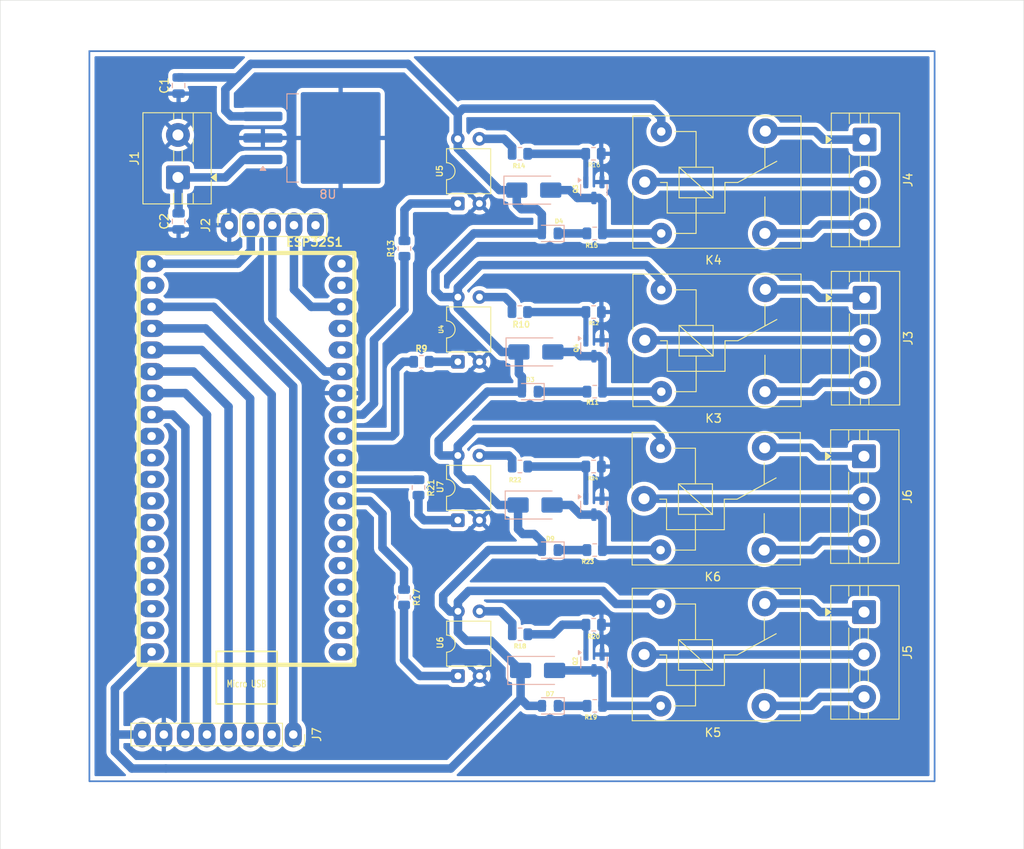
<source format=kicad_pcb>
(kicad_pcb (version 20241229) (generator "pcbnew") (generator_version "9.0")
  (layers (0 "F.Cu" signal) (2 "B.Cu" signal) (13 "F.Paste" user) (15 "B.Paste" user) (5 "F.SilkS" user "F.Silkscreen") (7 "B.SilkS" user "B.Silkscreen") (1 "F.Mask" user) (3 "B.Mask" user) (25 "Edge.Cuts" user))
  (net 0 "")
  (net 1 "5V")
  (net 2 "COM")
  (net 3 "NO")
  (net 4 "NC")
  (net 5 "GND")
  (net 7 "Net-(D3-K)")
  (net 8 "Net-(D4-K)")
  (net 9 "Net-(D5-A)")
  (net 10 "Net-(D6-A)")
  (net 11 "Net-(D7-K)")
  (net 12 "Net-(D8-A)")
  (net 13 "Net-(D9-K)")
  (net 14 "Net-(D10-A)")
  (net 15 "NC-1")
  (net 16 "COM-1")
  (net 17 "NO-1")
  (net 18 "COM-2")
  (net 19 "NC-2")
  (net 20 "NO-2")
  (net 21 "NO-3")
  (net 22 "NC-3")
  (net 23 "COM-3")
  (net 24 "GIO21")
  (net 25 "Net-(R9-Pad1)")
  (net 26 "Net-(R10-Pad1)")
  (net 27 "GIO22")
  (net 28 "Net-(R13-Pad1)")
  (net 29 "Net-(R14-Pad1)")
  (net 30 "GIO16")
  (net 31 "Net-(R17-Pad1)")
  (net 32 "Net-(R18-Pad1)")
  (net 33 "Net-(R21-Pad1)")
  (net 34 "GIO17")
  (net 35 "Net-(R22-Pad1)")
  (net 43 "GIO36")
  (net 44 "GIO19")
  (net 45 "GIO32")
  (net 47 "3,3V")
  (net 58 "GIO34")
  (net 59 "GIO39")
  (net 61 "GIO18")
  (net 64 "GIO35")
  (net 66 "GIO33")
  (net 67 "Net-(Q1-G)")
  (net 68 "Net-(Q2-G)")
  (net 69 "Net-(Q3-G)")
  (net 70 "Net-(Q4-G)")
  (net 71 "Net-(J1-Pin_1)")
  (footprint "Relay_THT:Relay_SPDT_SANYOU_SRD_Series_Form_C" (layer "F.Cu") (at 96.3775 89.06)
    (property "Reference" "K3" (at 8.1 9.2 0) (layer "F.SilkS"))
    (property "Value" "Relay" (hide yes))
    (pad "1" thru_hole circle (at 0 0 90) (size 3 3) (drill 1.3) (layers "*.Cu" "*.Mask") (net 2 "COM"))
    (pad "2" thru_hole circle (at 1.95 6.05 90) (size 2.5 2.5) (drill 1) (layers "*.Cu" "*.Mask") (net 9 "Net-(D5-A)"))
    (pad "3" thru_hole circle (at 14.15 6.05 90) (size 3 3) (drill 1.3) (layers "*.Cu" "*.Mask") (net 3 "NO"))
    (pad "4" thru_hole circle (at 14.2 -6 90) (size 3 3) (drill 1.3) (layers "*.Cu" "*.Mask") (net 4 "NC"))
    (pad "5" thru_hole circle (at 1.95 -5.95 90) (size 2.5 2.5) (drill 1) (layers "*.Cu" "*.Mask") (net 1 "5V"))
  )
  (footprint "Package_DIP:DIP-4_W7.62mm" (layer "F.Cu") (at 74.3775 91.59 90)
    (property "Reference" "U4" (at 3.83 -1.9675 90) (layer "F.SilkS") (effects (font (size 0.5 0.5) (thickness 0.125) (bold yes))))
    (property "Value" "PC817")
    (pad "1" thru_hole roundrect (at 0 0 90) (size 1.6 1.6) (drill 0.8) (layers "*.Cu" "*.Mask") (roundrect_rratio 0.15625) (net 25 "Net-(R9-Pad1)"))
    (pad "2" thru_hole circle (at 0 2.54 90) (size 1.6 1.6) (drill 0.8) (layers "*.Cu" "*.Mask") (net 5 "GND"))
    (pad "3" thru_hole circle (at 7.62 2.54 90) (size 1.6 1.6) (drill 0.8) (layers "*.Cu" "*.Mask") (net 26 "Net-(R10-Pad1)"))
    (pad "4" thru_hole circle (at 7.62 0 90) (size 1.6 1.6) (drill 0.8) (layers "*.Cu" "*.Mask") (net 1 "5V"))
  )
  (footprint "Relay_THT:Relay_SPDT_SANYOU_SRD_Series_Form_C" (layer "F.Cu") (at 96.37 70.42)
    (property "Reference" "K4" (at 8.1 9.2 0) (layer "F.SilkS"))
    (property "Value" "Relay" (hide yes))
    (pad "1" thru_hole circle (at 0 0 90) (size 3 3) (drill 1.3) (layers "*.Cu" "*.Mask") (net 16 "COM-1"))
    (pad "2" thru_hole circle (at 1.95 6.05 90) (size 2.5 2.5) (drill 1) (layers "*.Cu" "*.Mask") (net 10 "Net-(D6-A)"))
    (pad "3" thru_hole circle (at 14.15 6.05 90) (size 3 3) (drill 1.3) (layers "*.Cu" "*.Mask") (net 17 "NO-1"))
    (pad "4" thru_hole circle (at 14.2 -6 90) (size 3 3) (drill 1.3) (layers "*.Cu" "*.Mask") (net 15 "NC-1"))
    (pad "5" thru_hole circle (at 1.95 -5.95 90) (size 2.5 2.5) (drill 1) (layers "*.Cu" "*.Mask") (net 1 "5V"))
  )
  (footprint "Package_DIP:DIP-4_W7.62mm" (layer "F.Cu") (at 74.385 128.6 90)
    (property "Reference" "U6" (at 3.925 -2.095 90) (layer "F.SilkS") (effects (font (size 0.7 0.7) (thickness 0.14) (bold yes))))
    (property "Value" "PC817")
    (pad "1" thru_hole roundrect (at 0 0 90) (size 1.6 1.6) (drill 0.8) (layers "*.Cu" "*.Mask") (roundrect_rratio 0.15625) (net 31 "Net-(R17-Pad1)"))
    (pad "2" thru_hole circle (at 0 2.54 90) (size 1.6 1.6) (drill 0.8) (layers "*.Cu" "*.Mask") (net 5 "GND"))
    (pad "3" thru_hole circle (at 7.62 2.54 90) (size 1.6 1.6) (drill 0.8) (layers "*.Cu" "*.Mask") (net 32 "Net-(R18-Pad1)"))
    (pad "4" thru_hole circle (at 7.62 0 90) (size 1.6 1.6) (drill 0.8) (layers "*.Cu" "*.Mask") (net 1 "5V"))
  )
  (footprint "TerminalBlock:TerminalBlock_MaiXu_MX126-5.0-03P_1x03_P5.00mm" (layer "F.Cu") (at 122.2675 84.06 -90)
    (property "Reference" "J3" (at 4.75 -5.12 90) (layer "F.SilkS"))
    (property "Value" "Screw_Terminal_01x03" (hide yes))
    (pad "1" thru_hole roundrect (at 0 0 270) (size 2.8 2.8) (drill 1.3) (layers "*.Cu" "*.Mask") (roundrect_rratio 0.089286) (net 4 "NC"))
    (pad "2" thru_hole circle (at 5 0 270) (size 2.8 2.8) (drill 1.3) (layers "*.Cu" "*.Mask") (net 2 "COM"))
    (pad "3" thru_hole circle (at 10 0 270) (size 2.8 2.8) (drill 1.3) (layers "*.Cu" "*.Mask") (net 3 "NO"))
  )
  (footprint "TerminalBlock:TerminalBlock_MaiXu_MX126-5.0-03P_1x03_P5.00mm" (layer "F.Cu") (at 122.26 65.42 -90)
    (property "Reference" "J4" (at 4.75 -5.12 90) (layer "F.SilkS"))
    (property "Value" "Screw_Terminal_01x03" (hide yes))
    (pad "1" thru_hole roundrect (at 0 0 270) (size 2.8 2.8) (drill 1.3) (layers "*.Cu" "*.Mask") (roundrect_rratio 0.089286) (net 15 "NC-1"))
    (pad "2" thru_hole circle (at 5 0 270) (size 2.8 2.8) (drill 1.3) (layers "*.Cu" "*.Mask") (net 16 "COM-1"))
    (pad "3" thru_hole circle (at 10 0 270) (size 2.8 2.8) (drill 1.3) (layers "*.Cu" "*.Mask") (net 17 "NO-1"))
  )
  (footprint "Relay_THT:Relay_SPDT_SANYOU_SRD_Series_Form_C" (layer "F.Cu") (at 96.305 126.07)
    (property "Reference" "K5" (at 8.1 9.2 0) (layer "F.SilkS"))
    (property "Value" "Relay" (hide yes))
    (pad "1" thru_hole circle (at 0 0 90) (size 3 3) (drill 1.3) (layers "*.Cu" "*.Mask") (net 23 "COM-3"))
    (pad "2" thru_hole circle (at 1.95 6.05 90) (size 2.5 2.5) (drill 1) (layers "*.Cu" "*.Mask") (net 12 "Net-(D8-A)"))
    (pad "3" thru_hole circle (at 14.15 6.05 90) (size 3 3) (drill 1.3) (layers "*.Cu" "*.Mask") (net 21 "NO-3"))
    (pad "4" thru_hole circle (at 14.2 -6 90) (size 3 3) (drill 1.3) (layers "*.Cu" "*.Mask") (net 22 "NC-3"))
    (pad "5" thru_hole circle (at 1.95 -5.95 90) (size 2.5 2.5) (drill 1) (layers "*.Cu" "*.Mask") (net 1 "5V"))
  )
  (footprint "Package_DIP:DIP-4_W7.62mm" (layer "F.Cu") (at 74.37 72.95 90)
    (property "Reference" "U5" (at 3.815 -2.145 90) (layer "F.SilkS") (effects (font (size 0.7 0.7) (thickness 0.14) (bold yes))))
    (property "Value" "PC817")
    (pad "1" thru_hole roundrect (at 0 0 90) (size 1.6 1.6) (drill 0.8) (layers "*.Cu" "*.Mask") (roundrect_rratio 0.15625) (net 28 "Net-(R13-Pad1)"))
    (pad "2" thru_hole circle (at 0 2.54 90) (size 1.6 1.6) (drill 0.8) (layers "*.Cu" "*.Mask") (net 5 "GND"))
    (pad "3" thru_hole circle (at 7.62 2.54 90) (size 1.6 1.6) (drill 0.8) (layers "*.Cu" "*.Mask") (net 29 "Net-(R14-Pad1)"))
    (pad "4" thru_hole circle (at 7.62 0 90) (size 1.6 1.6) (drill 0.8) (layers "*.Cu" "*.Mask") (net 1 "5V"))
  )
  (footprint "TerminalBlock:TerminalBlock_MaiXu_MX126-5.0-02P_1x02_P5.00mm" (layer "F.Cu") (at 41.4225 69.875 90)
    (property "Reference" "J1" (at 2.25 -5.12 90) (layer "F.SilkS"))
    (property "Value" "Screw_Terminal_01x02" (hide yes))
    (pad "1" thru_hole roundrect (at 0 0 90) (size 2.8 2.8) (drill 1.3) (layers "*.Cu" "*.Mask") (roundrect_rratio 0.089286) (net 71 "Net-(J1-Pin_1)"))
    (pad "2" thru_hole circle (at 5 0 90) (size 2.8 2.8) (drill 1.3) (layers "*.Cu" "*.Mask") (net 5 "GND"))
  )
  (footprint "Connector_PinSocket_2.54mm:PinSocket_1x05_P2.54mm_Vertical" (layer "F.Cu") (at 47.46 75.5 90)
    (property "Reference" "J2" (at 0 -2.77 90) (layer "F.SilkS"))
    (property "Value" "Conn_01x04")
    (pad "1" thru_hole oval (at 0 0 90) (size 3 2) (drill 1) (layers "*.Cu" "*.Mask") (net 5 "GND"))
    (pad "2" thru_hole oval (at 0 2.54 90) (size 3 2) (drill 1) (layers "*.Cu" "*.Mask") (net 47 "3,3V"))
    (pad "3" thru_hole oval (at 0 5.08 90) (size 3 2) (drill 1) (layers "*.Cu" "*.Mask") (net 24 "GIO21"))
    (pad "4" thru_hole oval (at 0 7.62 90) (size 3 2) (drill 1) (layers "*.Cu" "*.Mask") (net 27 "GIO22"))
    (pad "5" thru_hole oval (at 0 10.16 90) (size 3 2) (drill 1) (layers "*.Cu" "*.Mask"))
  )
  (footprint "Connector_PinSocket_2.54mm:PinSocket_1x08_P2.54mm_Vertical" (layer "F.Cu") (at 55 135.5 -90)
    (property "Reference" "J7" (at 0 -2.77 270) (layer "F.SilkS"))
    (property "Value" "Conn_01x08" (hide yes))
    (pad "1" thru_hole oval (at 0 0 270) (size 3 2) (drill 1) (layers "*.Cu" "*.Mask") (net 43 "GIO36"))
    (pad "2" thru_hole oval (at 0 2.54 270) (size 3 2) (drill 1) (layers "*.Cu" "*.Mask") (net 59 "GIO39"))
    (pad "3" thru_hole oval (at 0 5.08 270) (size 3 2) (drill 1) (layers "*.Cu" "*.Mask") (net 58 "GIO34"))
    (pad "4" thru_hole oval (at 0 7.62 270) (size 3 2) (drill 1) (layers "*.Cu" "*.Mask") (net 64 "GIO35"))
    (pad "5" thru_hole oval (at 0 10.16 270) (size 3 2) (drill 1) (layers "*.Cu" "*.Mask") (net 45 "GIO32"))
    (pad "6" thru_hole oval (at 0 12.7 270) (size 3 2) (drill 1) (layers "*.Cu" "*.Mask") (net 66 "GIO33"))
    (pad "7" thru_hole oval (at 0 15.24 270) (size 3 2) (drill 1) (layers "*.Cu" "*.Mask") (net 5 "GND"))
    (pad "8" thru_hole oval (at 0 17.78 270) (size 3 2) (drill 1) (layers "*.Cu" "*.Mask") (net 1 "5V"))
  )
  (footprint "Relay_THT:Relay_SPDT_SANYOU_SRD_Series_Form_C" (layer "F.Cu") (at 96.2925 107.72)
    (property "Reference" "K6" (at 8.1 9.2 0) (layer "F.SilkS"))
    (property "Value" "Relay" (hide yes))
    (pad "1" thru_hole circle (at 0 0 90) (size 3 3) (drill 1.3) (layers "*.Cu" "*.Mask") (net 18 "COM-2"))
    (pad "2" thru_hole circle (at 1.95 6.05 90) (size 2.5 2.5) (drill 1) (layers "*.Cu" "*.Mask") (net 14 "Net-(D10-A)"))
    (pad "3" thru_hole circle (at 14.15 6.05 90) (size 3 3) (drill 1.3) (layers "*.Cu" "*.Mask") (net 20 "NO-2"))
    (pad "4" thru_hole circle (at 14.2 -6 90) (size 3 3) (drill 1.3) (layers "*.Cu" "*.Mask") (net 19 "NC-2"))
    (pad "5" thru_hole circle (at 1.95 -5.95 90) (size 2.5 2.5) (drill 1) (layers "*.Cu" "*.Mask") (net 1 "5V"))
  )
  (footprint "6°3RA_Nahuel:ESP32S_38_PINES" (layer "F.Cu") (at 49.5 75.2565)
    (property "Reference" "ESP32S1" (at 8 2.2435 0) (layer "F.SilkS") (effects (font (thickness 0.2) (bold yes))))
    (property "Value" "~" (hide yes))
    (fp_text user "Micro USB" (at 0 54.737 0) (layer "F.SilkS") (effects (font (size 0.8 0.6) (thickness 0.12) (bold yes)) (justify bottom)))
    (pad "1" thru_hole oval (at 11.176 4.783) (size 3 2) (drill oval 1) (layers "*.Cu" "*.Mask"))
    (pad "2" thru_hole oval (at 11.176 7.323) (size 3 2) (drill oval 1) (layers "*.Cu" "*.Mask"))
    (pad "3" thru_hole oval (at 11.176 9.863) (size 3 2) (drill oval 1) (layers "*.Cu" "*.Mask") (net 27 "GIO22"))
    (pad "4" thru_hole oval (at 11.176 12.403) (size 3 2) (drill oval 1) (layers "*.Cu" "*.Mask"))
    (pad "5" thru_hole oval (at 11.176 14.943) (size 3 2) (drill oval 1) (layers "*.Cu" "*.Mask"))
    (pad "6" thru_hole oval (at 11.176 17.483) (size 3 2) (drill oval 1) (layers "*.Cu" "*.Mask") (net 24 "GIO21"))
    (pad "7" thru_hole oval (at 11.176 20.023) (size 3 2) (drill oval 1) (layers "*.Cu" "*.Mask") (net 5 "GND"))
    (pad "8" thru_hole oval (at 11.176 22.563) (size 3 2) (drill oval 1) (layers "*.Cu" "*.Mask") (net 44 "GIO19"))
    (pad "9" thru_hole oval (at 11.176 25.103) (size 3 2) (drill oval 1) (layers "*.Cu" "*.Mask") (net 61 "GIO18"))
    (pad "10" thru_hole oval (at 11.176 27.643) (size 3 2) (drill oval 1) (layers "*.Cu" "*.Mask"))
    (pad "11" thru_hole oval (at 11.176 30.183) (size 3 2) (drill oval 1) (layers "*.Cu" "*.Mask") (net 34 "GIO17"))
    (pad "12" thru_hole oval (at 11.176 32.723) (size 3 2) (drill oval 1) (layers "*.Cu" "*.Mask") (net 30 "GIO16"))
    (pad "13" thru_hole oval (at 11.176 35.263) (size 3 2) (drill oval 1) (layers "*.Cu" "*.Mask"))
    (pad "14" thru_hole oval (at 11.176 37.803) (size 3 2) (drill oval 1) (layers "*.Cu" "*.Mask"))
    (pad "15" thru_hole oval (at 11.176 40.343) (size 3 2) (drill oval 1) (layers "*.Cu" "*.Mask"))
    (pad "16" thru_hole oval (at 11.176 42.883) (size 3 2) (drill oval 1) (layers "*.Cu" "*.Mask"))
    (pad "17" thru_hole oval (at 11.176 45.423) (size 3 2) (drill oval 1) (layers "*.Cu" "*.Mask"))
    (pad "18" thru_hole oval (at 11.176 47.963) (size 3 2) (drill oval 1) (layers "*.Cu" "*.Mask"))
    (pad "19" thru_hole oval (at 11.176 50.503) (size 3 2) (drill oval 1) (layers "*.Cu" "*.Mask"))
    (pad "20" thru_hole oval (at -11.17 4.78) (size 3 2) (drill oval 1) (layers "*.Cu" "*.Mask") (net 47 "3,3V"))
    (pad "21" thru_hole oval (at -11.176 7.323) (size 3 2) (drill oval 1) (layers "*.Cu" "*.Mask"))
    (pad "22" thru_hole oval (at -11.176 9.863) (size 3 2) (drill oval 1) (layers "*.Cu" "*.Mask") (net 43 "GIO36"))
    (pad "23" thru_hole oval (at -11.176 12.403) (size 3 2) (drill oval 1) (layers "*.Cu" "*.Mask") (net 59 "GIO39"))
    (pad "24" thru_hole oval (at -11.176 14.943) (size 3 2) (drill oval 1) (layers "*.Cu" "*.Mask") (net 58 "GIO34"))
    (pad "25" thru_hole oval (at -11.176 17.483) (size 3 2) (drill oval 1) (layers "*.Cu" "*.Mask") (net 64 "GIO35"))
    (pad "26" thru_hole oval (at -11.176 20.023) (size 3 2) (drill oval 1) (layers "*.Cu" "*.Mask") (net 45 "GIO32"))
    (pad "27" thru_hole oval (at -11.176 22.563) (size 3 2) (drill oval 1) (layers "*.Cu" "*.Mask") (net 66 "GIO33"))
    (pad "28" thru_hole oval (at -11.176 25.103) (size 3 2) (drill oval 1) (layers "*.Cu" "*.Mask"))
    (pad "29" thru_hole oval (at -11.176 27.643) (size 3 2) (drill oval 1) (layers "*.Cu" "*.Mask"))
    (pad "30" thru_hole oval (at -11.176 30.183) (size 3 2) (drill oval 1) (layers "*.Cu" "*.Mask"))
    (pad "31" thru_hole oval (at -11.176 32.723) (size 3 2) (drill oval 1) (layers "*.Cu" "*.Mask"))
    (pad "32" thru_hole oval (at -11.176 35.263) (size 3 2) (drill oval 1) (layers "*.Cu" "*.Mask"))
    (pad "33" thru_hole oval (at -11.176 37.803) (size 3 2) (drill oval 1) (layers "*.Cu" "*.Mask"))
    (pad "34" thru_hole oval (at -11.176 40.343) (size 3 2) (drill oval 1) (layers "*.Cu" "*.Mask"))
    (pad "35" thru_hole oval (at -11.176 42.883) (size 3 2) (drill oval 1) (layers "*.Cu" "*.Mask"))
    (pad "36" thru_hole oval (at -11.176 45.423) (size 3 2) (drill oval 1) (layers "*.Cu" "*.Mask"))
    (pad "37" thru_hole oval (at -11.176 47.963) (size 3 2) (drill oval 1) (layers "*.Cu" "*.Mask"))
    (pad "38" thru_hole oval (at -11.176 50.503) (size 3 2) (drill oval 1) (layers "*.Cu" "*.Mask") (net 1 "5V"))
  )
  (footprint "TerminalBlock:TerminalBlock_MaiXu_MX126-5.0-03P_1x03_P5.00mm" (layer "F.Cu") (at 122.195 121.07 -90)
    (property "Reference" "J5" (at 4.75 -5.12 90) (layer "F.SilkS"))
    (property "Value" "Screw_Terminal_01x03" (hide yes))
    (pad "1" thru_hole roundrect (at 0 0 270) (size 2.8 2.8) (drill 1.3) (layers "*.Cu" "*.Mask") (roundrect_rratio 0.089286) (net 22 "NC-3"))
    (pad "2" thru_hole circle (at 5 0 270) (size 2.8 2.8) (drill 1.3) (layers "*.Cu" "*.Mask") (net 23 "COM-3"))
    (pad "3" thru_hole circle (at 10 0 270) (size 2.8 2.8) (drill 1.3) (layers "*.Cu" "*.Mask") (net 21 "NO-3"))
  )
  (footprint "Package_DIP:DIP-4_W7.62mm" (layer "F.Cu") (at 74.3725 110.25 90)
    (property "Reference" "U7" (at 3.92 -2.07 90) (layer "F.SilkS") (effects (font (size 0.7 0.7) (thickness 0.14) (bold yes))))
    (property "Value" "PC817")
    (pad "1" thru_hole roundrect (at 0 0 90) (size 1.6 1.6) (drill 0.8) (layers "*.Cu" "*.Mask") (roundrect_rratio 0.15625) (net 33 "Net-(R21-Pad1)"))
    (pad "2" thru_hole circle (at 0 2.54 90) (size 1.6 1.6) (drill 0.8) (layers "*.Cu" "*.Mask") (net 5 "GND"))
    (pad "3" thru_hole circle (at 7.62 2.54 90) (size 1.6 1.6) (drill 0.8) (layers "*.Cu" "*.Mask") (net 35 "Net-(R22-Pad1)"))
    (pad "4" thru_hole circle (at 7.62 0 90) (size 1.6 1.6) (drill 0.8) (layers "*.Cu" "*.Mask") (net 1 "5V"))
  )
  (footprint "TerminalBlock:TerminalBlock_MaiXu_MX126-5.0-03P_1x03_P5.00mm" (layer "F.Cu") (at 122.1825 102.72 -90)
    (property "Reference" "J6" (at 4.75 -5.12 90) (layer "F.SilkS"))
    (property "Value" "Screw_Terminal_01x03" (hide yes))
    (pad "1" thru_hole roundrect (at 0 0 270) (size 2.8 2.8) (drill 1.3) (layers "*.Cu" "*.Mask") (roundrect_rratio 0.089286) (net 19 "NC-2"))
    (pad "2" thru_hole circle (at 5 0 270) (size 2.8 2.8) (drill 1.3) (layers "*.Cu" "*.Mask") (net 18 "COM-2"))
    (pad "3" thru_hole circle (at 10 0 270) (size 2.8 2.8) (drill 1.3) (layers "*.Cu" "*.Mask") (net 20 "NO-2"))
  )
  (footprint "Resistor_SMD:R_0805_2012Metric" (layer "B.Cu") (at 90.485 113.77)
    (property "Reference" "R23" (at -0.8125 1.36 0) (layer "F.SilkS") (effects (font (size 0.5 0.5) (thickness 0.125))))
    (property "Value" "220Ω")
    (pad "1" smd roundrect (at -0.9125 0) (size 1.025 1.4) (layers "B.Cu" "B.Mask" "B.Paste") (roundrect_rratio 0.243902) (net 13 "Net-(D9-K)"))
    (pad "2" smd roundrect (at 0.9125 0) (size 1.025 1.4) (layers "B.Cu" "B.Mask" "B.Paste") (roundrect_rratio 0.243902) (net 14 "Net-(D10-A)"))
  )
  (footprint "Resistor_SMD:R_0805_2012Metric" (layer "B.Cu") (at 90.3675 122.56)
    (property "Reference" "R20" (at 0 1.4 0) (layer "F.SilkS") (effects (font (size 0.5 0.5) (thickness 0.125))))
    (property "Value" "10KΩ")
    (pad "1" smd roundrect (at -0.9125 0) (size 1.025 1.4) (layers "B.Cu" "B.Mask" "B.Paste") (roundrect_rratio 0.243902) (net 68 "Net-(Q2-G)"))
    (pad "2" smd roundrect (at 0.9125 0) (size 1.025 1.4) (layers "B.Cu" "B.Mask" "B.Paste") (roundrect_rratio 0.243902) (net 5 "GND"))
  )
  (footprint "Resistor_SMD:R_0805_2012Metric" (layer "B.Cu") (at 81.6825 103.93)
    (property "Reference" "R22" (at -0.56 1.58 0) (layer "F.SilkS") (effects (font (size 0.5 0.5) (thickness 0.125))))
    (property "Value" "1KΩ")
    (pad "1" smd roundrect (at -0.9125 0) (size 1.025 1.4) (layers "B.Cu" "B.Mask" "B.Paste") (roundrect_rratio 0.243902) (net 35 "Net-(R22-Pad1)"))
    (pad "2" smd roundrect (at 0.9125 0) (size 1.025 1.4) (layers "B.Cu" "B.Mask" "B.Paste") (roundrect_rratio 0.243902) (net 67 "Net-(Q1-G)"))
  )
  (footprint "Resistor_SMD:R_0805_2012Metric" (layer "B.Cu") (at 90.4825 76.47)
    (property "Reference" "R15" (at -0.35 1.42 0) (layer "F.SilkS") (effects (font (size 0.5 0.5) (thickness 0.125))))
    (property "Value" "220Ω")
    (pad "1" smd roundrect (at -0.9125 0) (size 1.025 1.4) (layers "B.Cu" "B.Mask" "B.Paste") (roundrect_rratio 0.243902) (net 8 "Net-(D4-K)"))
    (pad "2" smd roundrect (at 0.9125 0) (size 1.025 1.4) (layers "B.Cu" "B.Mask" "B.Paste") (roundrect_rratio 0.243902) (net 10 "Net-(D6-A)"))
  )
  (footprint "Resistor_SMD:R_0805_2012Metric" (layer "B.Cu") (at 90.36 85.73)
    (property "Reference" "R12" (at 0.02 1.32 0) (layer "F.SilkS") (effects (font (size 0.4 0.4) (thickness 0.1))))
    (property "Value" "10KΩ")
    (pad "1" smd roundrect (at -0.9125 0) (size 1.025 1.4) (layers "B.Cu" "B.Mask" "B.Paste") (roundrect_rratio 0.243902) (net 70 "Net-(Q4-G)"))
    (pad "2" smd roundrect (at 0.9125 0) (size 1.025 1.4) (layers "B.Cu" "B.Mask" "B.Paste") (roundrect_rratio 0.243902) (net 5 "GND"))
  )
  (footprint "Resistor_SMD:R_0805_2012Metric" (layer "B.Cu") (at 90.355 103.93)
    (property "Reference" "R24" (at -0.0675 1.4 0) (layer "F.SilkS") (effects (font (size 0.4 0.4) (thickness 0.1))))
    (property "Value" "10KΩ")
    (pad "1" smd roundrect (at -0.9125 0) (size 1.025 1.4) (layers "B.Cu" "B.Mask" "B.Paste") (roundrect_rratio 0.243902) (net 67 "Net-(Q1-G)"))
    (pad "2" smd roundrect (at 0.9125 0) (size 1.025 1.4) (layers "B.Cu" "B.Mask" "B.Paste") (roundrect_rratio 0.243902) (net 5 "GND"))
  )
  (footprint "Diode_SMD:D_SMA" (layer "B.Cu") (at 83.4625 108.46)
    (property "Reference" "D10" (hide yes))
    (property "Value" "1N4007")
    (pad "1" smd roundrect (at -2 0) (size 2.5 1.8) (layers "B.Cu" "B.Mask" "B.Paste") (roundrect_rratio 0.1388888889) (net 1 "5V"))
    (pad "2" smd roundrect (at 2 0) (size 2.5 1.8) (layers "B.Cu" "B.Mask" "B.Paste") (roundrect_rratio 0.1388888889) (net 14 "Net-(D10-A)"))
  )
  (footprint "Diode_SMD:D_SMA" (layer "B.Cu") (at 83.56 90.43)
    (property "Reference" "D5" (hide yes))
    (property "Value" "1N4007")
    (pad "1" smd roundrect (at -2 0) (size 2.5 1.8) (layers "B.Cu" "B.Mask" "B.Paste") (roundrect_rratio 0.1388888889) (net 1 "5V"))
    (pad "2" smd roundrect (at 2 0) (size 2.5 1.8) (layers "B.Cu" "B.Mask" "B.Paste") (roundrect_rratio 0.1388888889) (net 9 "Net-(D5-A)"))
  )
  (footprint "Resistor_SMD:R_0805_2012Metric" (layer "B.Cu") (at 90.4975 132.12)
    (property "Reference" "R19" (at -0.47 1.34 0) (layer "F.SilkS") (effects (font (size 0.5 0.5) (thickness 0.125))))
    (property "Value" "220Ω")
    (pad "1" smd roundrect (at -0.9125 0) (size 1.025 1.4) (layers "B.Cu" "B.Mask" "B.Paste") (roundrect_rratio 0.243902) (net 11 "Net-(D7-K)"))
    (pad "2" smd roundrect (at 0.9125 0) (size 1.025 1.4) (layers "B.Cu" "B.Mask" "B.Paste") (roundrect_rratio 0.243902) (net 12 "Net-(D8-A)"))
  )
  (footprint "Capacitor_SMD:C_0805_2012Metric" (layer "B.Cu") (at 41.5 59.05 -90)
    (property "Reference" "C1" (at 0 1.68 90) (layer "F.SilkS"))
    (property "Value" "C_US" (hide yes))
    (pad "1" smd roundrect (at -0.95 0 270) (size 1 1.45) (layers "B.Cu" "B.Mask" "B.Paste") (net 1 "5V"))
    (pad "2" smd roundrect (at 0.95 0 270) (size 1 1.45) (layers "B.Cu" "B.Mask" "B.Paste") (net 5 "GND"))
  )
  (footprint "Diode_SMD:D_SMA" (layer "B.Cu") (at 83.76 127.945)
    (property "Reference" "D8" (hide yes))
    (property "Value" "1N4007")
    (pad "1" smd roundrect (at -2 0) (size 2.5 1.8) (layers "B.Cu" "B.Mask" "B.Paste") (roundrect_rratio 0.1388888889) (net 1 "5V"))
    (pad "2" smd roundrect (at 2 0) (size 2.5 1.8) (layers "B.Cu" "B.Mask" "B.Paste") (roundrect_rratio 0.1388888889) (net 12 "Net-(D8-A)"))
  )
  (footprint "Resistor_SMD:R_0805_2012Metric" (layer "B.Cu") (at 69.74 106.3975 90)
    (property "Reference" "R21" (at -0.0375 1.48 90) (layer "F.SilkS") (effects (font (size 0.7 0.7) (thickness 0.14) (bold yes))))
    (property "Value" "220Ω")
    (pad "1" smd roundrect (at -0.9125 0 90) (size 1.025 1.4) (layers "B.Cu" "B.Mask" "B.Paste") (roundrect_rratio 0.243902) (net 33 "Net-(R21-Pad1)"))
    (pad "2" smd roundrect (at 0.9125 0 90) (size 1.025 1.4) (layers "B.Cu" "B.Mask" "B.Paste") (roundrect_rratio 0.243902) (net 34 "GIO17"))
  )
  (footprint "Resistor_SMD:R_0805_2012Metric" (layer "B.Cu") (at 70.0875 91.59 180)
    (property "Reference" "R9" (at 0.0025 1.55 0) (layer "F.SilkS") (effects (font (size 0.7 0.7) (thickness 0.17) (bold yes))))
    (property "Value" "220Ω")
    (pad "1" smd roundrect (at -0.9125 0 180) (size 1.025 1.4) (layers "B.Cu" "B.Mask" "B.Paste") (roundrect_rratio 0.243902) (net 25 "Net-(R9-Pad1)"))
    (pad "2" smd roundrect (at 0.9125 0 180) (size 1.025 1.4) (layers "B.Cu" "B.Mask" "B.Paste") (roundrect_rratio 0.243902) (net 61 "GIO18"))
  )
  (footprint "LED_SMD:LED_0805_2012Metric" (layer "B.Cu") (at 85.2025 113.77 180)
    (property "Reference" "D9" (at -0.06 1.34 0) (layer "F.SilkS") (effects (font (size 0.5 0.5) (thickness 0.125))))
    (property "Value" "LED")
    (pad "1" smd roundrect (at -0.9375 0 180) (size 0.975 1.4) (layers "B.Cu" "B.Mask" "B.Paste") (net 13 "Net-(D9-K)"))
    (pad "2" smd roundrect (at 0.9375 0 180) (size 0.975 1.4) (layers "B.Cu" "B.Mask" "B.Paste") (net 1 "5V"))
  )
  (footprint "Capacitor_SMD:C_0805_2012Metric" (layer "B.Cu") (at 41.5 75.05 -90)
    (property "Reference" "C2" (at 0 1.68 90) (layer "F.SilkS"))
    (property "Value" "C" (hide yes))
    (pad "1" smd roundrect (at -0.95 0 270) (size 1 1.45) (layers "B.Cu" "B.Mask" "B.Paste") (net 71 "Net-(J1-Pin_1)"))
    (pad "2" smd roundrect (at 0.95 0 270) (size 1 1.45) (layers "B.Cu" "B.Mask" "B.Paste") (net 5 "GND"))
  )
  (footprint "LED_SMD:LED_0805_2012Metric" (layer "B.Cu") (at 85.2 76.47 180)
    (property "Reference" "D4" (at -1.08 1.44 0) (layer "F.SilkS") (effects (font (size 0.5 0.5) (thickness 0.125))))
    (property "Value" "LED")
    (pad "1" smd roundrect (at -0.9375 0 180) (size 0.975 1.4) (layers "B.Cu" "B.Mask" "B.Paste") (net 8 "Net-(D4-K)"))
    (pad "2" smd roundrect (at 0.9375 0 180) (size 0.975 1.4) (layers "B.Cu" "B.Mask" "B.Paste") (net 1 "5V"))
  )
  (footprint "Package_TO_SOT_SMD:SOT-23" (layer "B.Cu") (at 90.3925 108.6575 -90)
    (property "Reference" "Q1" (hide yes))
    (property "Value" "2N7002")
    (pad "1" smd roundrect (at -0.9375 0.95 270) (size 1.475 0.6) (layers "B.Cu" "B.Mask" "B.Paste") (net 67 "Net-(Q1-G)"))
    (pad "2" smd roundrect (at -0.9375 -0.95 270) (size 1.475 0.6) (layers "B.Cu" "B.Mask" "B.Paste") (net 5 "GND"))
    (pad "3" smd roundrect (at 0.9375 0 270) (size 1.475 0.6) (layers "B.Cu" "B.Mask" "B.Paste") (net 14 "Net-(D10-A)"))
  )
  (footprint "Resistor_SMD:R_0805_2012Metric" (layer "B.Cu") (at 90.34 67.09)
    (property "Reference" "R16" (at 0.09 1.32 0) (layer "F.SilkS") (effects (font (size 0.5 0.5) (thickness 0.075))))
    (property "Value" "10KΩ")
    (pad "1" smd roundrect (at -0.9125 0) (size 1.025 1.4) (layers "B.Cu" "B.Mask" "B.Paste") (roundrect_rratio 0.243902) (net 69 "Net-(Q3-G)"))
    (pad "2" smd roundrect (at 0.9125 0) (size 1.025 1.4) (layers "B.Cu" "B.Mask" "B.Paste") (roundrect_rratio 0.243902) (net 5 "GND"))
  )
  (footprint "Package_TO_SOT_SMD:SOT-23" (layer "B.Cu") (at 90.39 71.3575 -90)
    (property "Reference" "Q3" (at -0.12 2.15 90) (layer "F.SilkS") (effects (font (size 0.5 0.5) (thickness 0.125))))
    (property "Value" "2N7002H")
    (pad "1" smd roundrect (at -0.9375 0.95 270) (size 1.475 0.6) (layers "B.Cu" "B.Mask" "B.Paste") (net 69 "Net-(Q3-G)"))
    (pad "2" smd roundrect (at -0.9375 -0.95 270) (size 1.475 0.6) (layers "B.Cu" "B.Mask" "B.Paste") (net 5 "GND"))
    (pad "3" smd roundrect (at 0.9375 0 270) (size 1.475 0.6) (layers "B.Cu" "B.Mask" "B.Paste") (net 10 "Net-(D6-A)"))
  )
  (footprint "Package_TO_SOT_SMD:SOT-23" (layer "B.Cu") (at 90.3975 89.9975 -90)
    (property "Reference" "Q4" (at -0.0225 2.0775 90) (layer "F.SilkS") (effects (font (size 0.5 0.5) (thickness 0.125))))
    (property "Value" "2N7002")
    (pad "1" smd roundrect (at -0.9375 0.95 270) (size 1.475 0.6) (layers "B.Cu" "B.Mask" "B.Paste") (net 70 "Net-(Q4-G)"))
    (pad "2" smd roundrect (at -0.9375 -0.95 270) (size 1.475 0.6) (layers "B.Cu" "B.Mask" "B.Paste") (net 5 "GND"))
    (pad "3" smd roundrect (at 0.9375 0 270) (size 1.475 0.6) (layers "B.Cu" "B.Mask" "B.Paste") (net 9 "Net-(D5-A)"))
  )
  (footprint "Resistor_SMD:R_0805_2012Metric" (layer "B.Cu") (at 81.695 123.69)
    (property "Reference" "R18" (at 0 1.4 0) (layer "F.SilkS") (effects (font (size 0.5 0.5) (thickness 0.125))))
    (property "Value" "1KΩ")
    (pad "1" smd roundrect (at -0.9125 0) (size 1.025 1.4) (layers "B.Cu" "B.Mask" "B.Paste") (roundrect_rratio 0.243902) (net 32 "Net-(R18-Pad1)"))
    (pad "2" smd roundrect (at 0.9125 0) (size 1.025 1.4) (layers "B.Cu" "B.Mask" "B.Paste") (roundrect_rratio 0.243902) (net 68 "Net-(Q2-G)"))
  )
  (footprint "Resistor_SMD:R_0805_2012Metric" (layer "B.Cu") (at 68.04 119.3275 90)
    (property "Reference" "R17" (at 0 1.49 90) (layer "F.SilkS") (effects (font (size 0.7 0.7) (thickness 0.14) (bold yes))))
    (property "Value" "220Ω")
    (pad "1" smd roundrect (at -0.9125 0 90) (size 1.025 1.4) (layers "B.Cu" "B.Mask" "B.Paste") (roundrect_rratio 0.243902) (net 31 "Net-(R17-Pad1)"))
    (pad "2" smd roundrect (at 0.9125 0 90) (size 1.025 1.4) (layers "B.Cu" "B.Mask" "B.Paste") (roundrect_rratio 0.243902) (net 30 "GIO16"))
  )
  (footprint "Resistor_SMD:R_0805_2012Metric" (layer "B.Cu") (at 81.6625 85.73)
    (property "Reference" "R10" (at 0.1725 1.47 0) (layer "F.SilkS") (effects (font (size 0.7 0.7))))
    (property "Value" "1KΩ")
    (pad "1" smd roundrect (at -0.9125 0) (size 1.025 1.4) (layers "B.Cu" "B.Mask" "B.Paste") (roundrect_rratio 0.243902) (net 26 "Net-(R10-Pad1)"))
    (pad "2" smd roundrect (at 0.9125 0) (size 1.025 1.4) (layers "B.Cu" "B.Mask" "B.Paste") (roundrect_rratio 0.243902) (net 70 "Net-(Q4-G)"))
  )
  (footprint "Package_TO_SOT_SMD:SOT-23" (layer "B.Cu") (at 90.405 127.0075 -90)
    (property "Reference" "Q2" (at -0.15 2.2 90) (layer "F.SilkS") (effects (font (size 0.5 0.5) (thickness 0.125))))
    (property "Value" "2N7002")
    (pad "1" smd roundrect (at -0.9375 0.95 270) (size 1.475 0.6) (layers "B.Cu" "B.Mask" "B.Paste") (net 68 "Net-(Q2-G)"))
    (pad "2" smd roundrect (at -0.9375 -0.95 270) (size 1.475 0.6) (layers "B.Cu" "B.Mask" "B.Paste") (net 5 "GND"))
    (pad "3" smd roundrect (at 0.9375 0 270) (size 1.475 0.6) (layers "B.Cu" "B.Mask" "B.Paste") (net 12 "Net-(D8-A)"))
  )
  (footprint "Resistor_SMD:R_0805_2012Metric" (layer "B.Cu") (at 90.49 95.11)
    (property "Reference" "R11" (at -0.26 1.27 0) (layer "F.SilkS") (effects (font (size 0.5 0.5) (thickness 0.125))))
    (property "Value" "220Ω")
    (pad "1" smd roundrect (at -0.9125 0) (size 1.025 1.4) (layers "B.Cu" "B.Mask" "B.Paste") (roundrect_rratio 0.243902) (net 7 "Net-(D3-K)"))
    (pad "2" smd roundrect (at 0.9125 0) (size 1.025 1.4) (layers "B.Cu" "B.Mask" "B.Paste") (roundrect_rratio 0.243902) (net 9 "Net-(D5-A)"))
  )
  (footprint "LED_SMD:LED_0805_2012Metric" (layer "B.Cu") (at 82.8525 95.11 180)
    (property "Reference" "D3" (at -0.0575 1.41 0) (layer "F.SilkS") (effects (font (size 0.5 0.5) (thickness 0.1) (bold yes))))
    (property "Value" "LED")
    (pad "1" smd roundrect (at -0.9375 0 180) (size 0.975 1.4) (layers "B.Cu" "B.Mask" "B.Paste") (net 7 "Net-(D3-K)"))
    (pad "2" smd roundrect (at 0.9375 0 180) (size 0.975 1.4) (layers "B.Cu" "B.Mask" "B.Paste") (net 1 "5V"))
  )
  (footprint "LED_SMD:LED_0805_2012Metric" (layer "B.Cu") (at 85.215 132.12 180)
    (property "Reference" "D7" (at 0 1.4 0) (layer "F.SilkS") (effects (font (size 0.5 0.5) (thickness 0.125))))
    (property "Value" "LED")
    (pad "1" smd roundrect (at -0.9375 0 180) (size 0.975 1.4) (layers "B.Cu" "B.Mask" "B.Paste") (net 11 "Net-(D7-K)"))
    (pad "2" smd roundrect (at 0.9375 0 180) (size 0.975 1.4) (layers "B.Cu" "B.Mask" "B.Paste") (net 1 "5V"))
  )
  (footprint "Diode_SMD:D_SMA" (layer "B.Cu") (at 83.31 71.37)
    (property "Reference" "D6" (hide yes))
    (property "Value" "1N4007")
    (pad "1" smd roundrect (at -2 0) (size 2.5 1.8) (layers "B.Cu" "B.Mask" "B.Paste") (roundrect_rratio 0.1388888889) (net 1 "5V"))
    (pad "2" smd roundrect (at 2 0) (size 2.5 1.8) (layers "B.Cu" "B.Mask" "B.Paste") (roundrect_rratio 0.1388888889) (net 10 "Net-(D6-A)"))
  )
  (footprint "Resistor_SMD:R_0805_2012Metric" (layer "B.Cu") (at 81.68 67.09)
    (property "Reference" "R14" (at -0.1125 1.43 0) (layer "F.SilkS") (effects (font (size 0.5 0.5) (thickness 0.125))))
    (property "Value" "1KΩ")
    (pad "1" smd roundrect (at -0.9125 0) (size 1.025 1.4) (layers "B.Cu" "B.Mask" "B.Paste") (roundrect_rratio 0.243902) (net 29 "Net-(R14-Pad1)"))
    (pad "2" smd roundrect (at 0.9125 0) (size 1.025 1.4) (layers "B.Cu" "B.Mask" "B.Paste") (roundrect_rratio 0.243902) (net 69 "Net-(Q3-G)"))
  )
  (footprint "Package_TO_SOT_SMD:TO-263-3_TabPin2" (layer "B.Cu") (at 59.075 65.225)
    (property "Reference" "U8" (at 0 6.65 0) (layer "B.SilkS") (effects (justify mirror)))
    (property "Value" "KA78M05_TO252")
    (pad "1" smd roundrect (at -7.65 2.54) (size 4.6 1.1) (layers "B.Cu" "B.Mask" "B.Paste") (roundrect_rratio 0.227273) (net 71 "Net-(J1-Pin_1)"))
    (pad "2" smd roundrect (at -7.65 0) (size 4.6 1.1) (layers "B.Cu" "B.Mask" "B.Paste") (roundrect_rratio 0.227273) (net 5 "GND"))
    (pad "2" smd roundrect (at 1.5 0) (size 9.4 10.8) (layers "B.Cu" "B.Mask") (roundrect_rratio 0.026596) (net 5 "GND"))
    (pad "3" smd roundrect (at -7.65 -2.54) (size 4.6 1.1) (layers "B.Cu" "B.Mask" "B.Paste") (roundrect_rratio 0.227273) (net 1 "5V"))
  )
  (footprint "Resistor_SMD:R_0805_2012Metric" (layer "B.Cu") (at 68.0875 78.25 -90)
    (property "Reference" "R13" (at 0.02 1.61 90) (layer "F.SilkS") (effects (font (size 0.7 0.7) (thickness 0.14) (bold yes))))
    (property "Value" "220Ω")
    (pad "1" smd roundrect (at -0.9125 0 270) (size 1.025 1.4) (layers "B.Cu" "B.Mask" "B.Paste") (roundrect_rratio 0.243902) (net 28 "Net-(R13-Pad1)"))
    (pad "2" smd roundrect (at 0.9125 0 270) (size 1.025 1.4) (layers "B.Cu" "B.Mask" "B.Paste") (roundrect_rratio 0.243902) (net 44 "GIO19"))
  )
  (gr_rect (start 31 55) (end 130.5 141) (stroke (width 0.2)) (fill no) (layer "B.Cu"))
  (gr_rect (start 20.5 49) (end 141 149) (stroke (width 0.05)) (fill no) (layer "Edge.Cuts"))
  (segment (start 81.31 73.07) (end 81.86 73.62) (width 1) (layer "B.Cu") (net 1))
  (segment (start 36 139.5) (end 40 139.5) (width 1) (layer "B.Cu") (net 1))
  (segment (start 74.3775 83.97) (end 72.46 83.97) (width 1) (layer "B.Cu") (net 1))
  (segment (start 71.74 83.25) (end 71.74 80.99) (width 1) (layer "B.Cu") (net 1))
  (segment (start 81.76 127.945) (end 78.255 124.44) (width 1) (layer "B.Cu") (net 1))
  (segment (start 72.11 100.87) (end 76.39 96.59) (width 1) (layer "B.Cu") (net 1))
  (segment (start 74.3775 82.83863) (end 77.01613 80.2) (width 1) (layer "B.Cu") (net 1))
  (segment (start 51.425 62.685) (end 47.685 62.685) (width 1) (layer "B.Cu") (net 1))
  (segment (start 97.26 61.77) (end 98.32 62.83) (width 1) (layer "B.Cu") (net 1))
  (segment (start 79.27863 71.37) (end 81.31 71.37) (width 1) (layer "B.Cu") (net 1))
  (segment (start 75.65363 118.58) (end 91.45 118.58) (width 1) (layer "B.Cu") (net 1))
  (segment (start 81.56 92.99) (end 81.56 90.43) (width 1) (layer "B.Cu") (net 1))
  (segment (start 75.21 105.47) (end 74.3725 104.6325) (width 1) (layer "B.Cu") (net 1))
  (segment (start 76.26 76.47) (end 84.149 76.47) (width 1) (layer "B.Cu") (net 1))
  (segment (start 72.647103 119.112897) (end 77.99 113.77) (width 1) (layer "B.Cu") (net 1))
  (segment (start 41.5 58.1) (end 48.4 58.1) (width 1) (layer "B.Cu") (net 1))
  (segment (start 84.265 112.775) (end 83.37 111.88) (width 1) (layer "B.Cu") (net 1))
  (segment (start 75.37 124.44) (end 74.385 123.455) (width 1) (layer "B.Cu") (net 1))
  (segment (start 74.97 61.77) (end 97.26 61.77) (width 1) (layer "B.Cu") (net 1))
  (segment (start 83.67 73.62) (end 84.2625 74.2125) (width 1) (layer "B.Cu") (net 1))
  (segment (start 81.31 71.37) (end 81.31 73.07) (width 1) (layer "B.Cu") (net 1))
  (segment (start 74.37 65.33) (end 74.37 62.37) (width 1) (layer "B.Cu") (net 1))
  (segment (start 76.39 96.58) (end 77.86 95.11) (width 1) (layer "B.Cu") (net 1))
  (segment (start 83.37 111.88) (end 82.02 111.88) (width 1) (layer "B.Cu") (net 1))
  (segment (start 91.45 118.58) (end 92.99 120.12) (width 1) (layer "B.Cu") (net 1))
  (segment (start 82.02 111.87) (end 81.4625 111.3125) (width 1) (layer "B.Cu") (net 1))
  (segment (start 81.915 95.11) (end 81.915 93.345) (width 1) (layer "B.Cu") (net 1))
  (segment (start 34 130.0835) (end 34 135.5) (width 1) (layer "B.Cu") (net 1))
  (segment (start 34 137.5) (end 36 139.5) (width 1) (layer "B.Cu") (net 1))
  (segment (start 81.56 90.43) (end 79.54 90.43) (width 1) (layer "B.Cu") (net 1))
  (segment (start 74.3725 101.49863) (end 76.36113 99.51) (width 1) (layer "B.Cu") (net 1))
  (segment (start 37.22 135.5) (end 34 135.5) (width 1) (layer "B.Cu") (net 1))
  (segment (start 96.5575 80.2) (end 98.3275 81.97) (width 1) (layer "B.Cu") (net 1))
  (segment (start 81.4625 111.3125) (end 81.4625 108.46) (width 1) (layer "B.Cu") (net 1))
  (segment (start 74.37 62.37) (end 74.97 61.77) (width 1) (layer "B.Cu") (net 1))
  (segment (start 35.54175 128.54175) (end 34 130.0835) (width 1) (layer "B.Cu") (net 1))
  (segment (start 82.02 111.88) (end 82.02 111.87) (width 1) (layer "B.Cu") (net 1))
  (segment (start 48.4 58.1) (end 48.5 58) (width 1) (layer "B.Cu") (net 1))
  (segment (start 34 135.5) (end 34 137.5) (width 1) (layer "B.Cu") (net 1))
  (segment (start 76.18 105.47) (end 79.17 108.46) (width 1) (layer "B.Cu") (net 1))
  (segment (start 97.3425 99.51) (end 98.2425 100.41) (width 1) (layer "B.Cu") (net 1))
  (segment (start 79.17 108.46) (end 81.4625 108.46) (width 1) (layer "B.Cu") (net 1))
  (segment (start 74.385 120.98) (end 74.355 121.01) (width 1) (layer "B.Cu") (net 1))
  (segment (start 84.2625 74.2125) (end 84.2625 76.47) (width 1) (layer "B.Cu") (net 1))
  (segment (start 72.647103 120.197103) (end 72.647103 119.112897) (width 1) (layer "B.Cu") (net 1))
  (segment (start 73.54 139.5) (end 81.76 131.28) (width 1) (layer "B.Cu") (net 1))
  (segment (start 77.01613 80.2) (end 96.5575 80.2) (width 1) (layer "B.Cu") (net 1))
  (segment (start 68.5 56.5) (end 74.37 62.37) (width 1) (layer "B.Cu") (net 1))
  (segment (start 81.915 93.345) (end 81.56 92.99) (width 1) (layer "B.Cu") (net 1))
  (segment (start 74.385 119.84863) (end 75.65363 118.58) (width 1) (layer "B.Cu") (net 1))
  (segment (start 74.3725 102.63) (end 74.3725 101.49863) (width 1) (layer "B.Cu") (net 1))
  (segment (start 79.54 90.43) (end 74.3775 85.2675) (width 1) (layer "B.Cu") (net 1))
  (segment (start 72.4 102.63) (end 72.11 102.34) (width 1) (layer "B.Cu") (net 1))
  (segment (start 74.3775 83.97) (end 74.3775 82.83863) (width 1) (layer "B.Cu") (net 1))
  (segment (start 47 59.5) (end 48.5 58) (width 1) (layer "B.Cu") (net 1))
  (segment (start 74.3775 85.2675) (end 74.3775 83.97) (width 1) (layer "B.Cu") (net 1))
  (segment (start 74.3725 102.63) (end 72.4 102.63) (width 1) (layer "B.Cu") (net 1))
  (segment (start 47 62) (end 47 59.5) (width 1) (layer "B.Cu") (net 1))
  (segment (start 81.76 131.28) (end 81.76 127.945) (width 1) (layer "B.Cu") (net 1))
  (segment (start 73.46 121.01) (end 72.647103 120.197103) (width 1) (layer "B.Cu") (net 1))
  (segment (start 74.37 66.46137) (end 79.27863 71.37) (width 1) (layer "B.Cu") (net 1))
  (segment (start 47.685 62.685) (end 47 62) (width 1) (layer "B.Cu") (net 1))
  (segment (start 84.2775 132.12) (end 82.6 132.12) (width 1) (layer "B.Cu") (net 1))
  (segment (start 72.46 83.97) (end 71.74 83.25) (width 1) (layer "B.Cu") (net 1))
  (segment (start 76.39 96.59) (end 76.39 96.58) (width 1) (layer "B.Cu") (net 1))
  (segment (start 72.11 102.34) (end 72.11 100.87) (width 1) (layer "B.Cu") (net 1))
  (segment (start 76.36113 99.51) (end 97.3425 99.51) (width 1) (layer "B.Cu") (net 1))
  (segment (start 92.99 120.12) (end 98.255 120.12) (width 1) (layer "B.Cu") (net 1))
  (segment (start 50 56.5) (end 68.5 56.5) (width 1) (layer "B.Cu") (net 1))
  (segment (start 77.86 95.11) (end 81.8015 95.11) (width 1) (layer "B.Cu") (net 1))
  (segment (start 74.385 120.98) (end 74.385 119.84863) (width 1) (layer "B.Cu") (net 1))
  (segment (start 78.255 124.44) (end 75.37 124.44) (width 1) (layer "B.Cu") (net 1))
  (segment (start 76.18 105.47) (end 75.21 105.47) (width 1) (layer "B.Cu") (net 1))
  (segment (start 84.265 113.77) (end 84.265 112.775) (width 1) (layer "B.Cu") (net 1))
  (segment (start 74.355 121.01) (end 73.46 121.01) (width 1) (layer "B.Cu") (net 1))
  (segment (start 40 139.5) (end 73.54 139.5) (width 1) (layer "B.Cu") (net 1))
  (segment (start 98.3275 81.97) (end 98.3275 83.11) (width 1) (layer "B.Cu") (net 1))
  (segment (start 74.385 123.455) (end 74.385 120.98) (width 1) (layer "B.Cu") (net 1))
  (segment (start 98.32 62.83) (end 98.32 64.47) (width 1) (layer "B.Cu") (net 1))
  (segment (start 81.86 73.62) (end 83.67 73.62) (width 1) (layer "B.Cu") (net 1))
  (segment (start 98.2425 100.41) (end 98.2425 101.77) (width 1) (layer "B.Cu") (net 1))
  (segment (start 74.37 65.33) (end 74.37 66.46137) (width 1) (layer "B.Cu") (net 1))
  (segment (start 74.3725 104.6325) (end 74.3725 102.63) (width 1) (layer "B.Cu") (net 1))
  (segment (start 71.74 80.99) (end 76.26 76.47) (width 1) (layer "B.Cu") (net 1))
  (segment (start 38.324 125.7595) (end 35.54175 128.54175) (width 1) (layer "B.Cu") (net 1))
  (segment (start 48.5 58) (end 50 56.5) (width 1) (layer "B.Cu") (net 1))
  (segment (start 77.99 113.77) (end 84.1515 113.77) (width 1) (layer "B.Cu") (net 1))
  (segment (start 82.6 132.12) (end 81.76 131.28) (width 1) (layer "B.Cu") (net 1))
  (segment (start 122.2675 89.06) (end 96.3775 89.06) (width 1) (layer "B.Cu") (net 2))
  (segment (start 122.2675 94.06) (end 117.1875 94.06) (width 1) (layer "B.Cu") (net 3))
  (segment (start 117.1875 94.06) (end 116.1375 95.11) (width 1) (layer "B.Cu") (net 3))
  (segment (start 116.1375 95.11) (end 110.5275 95.11) (width 1) (layer "B.Cu") (net 3))
  (segment (start 116.9375 84.06) (end 115.9375 83.06) (width 1) (layer "B.Cu") (net 4))
  (segment (start 122.2675 84.06) (end 116.9375 84.06) (width 1) (layer "B.Cu") (net 4))
  (segment (start 115.9375 83.06) (end 110.5775 83.06) (width 1) (layer "B.Cu") (net 4))
  (segment (start 89.5775 95.11) (end 83.79 95.11) (width 1) (layer "B.Cu") (net 7))
  (segment (start 89.57 76.47) (end 86.1375 76.47) (width 1) (layer "B.Cu") (net 8))
  (segment (start 88.306662 90.43) (end 85.56 90.43) (width 1) (layer "B.Cu") (net 9))
  (segment (start 88.811662 90.935) (end 88.306662 90.43) (width 1) (layer "B.Cu") (net 9))
  (segment (start 98.3275 95.11) (end 91.4025 95.11) (width 1) (layer "B.Cu") (net 9))
  (segment (start 91.035 90.935) (end 90.3975 90.935) (width 1) (layer "B.Cu") (net 9))
  (segment (start 91.4025 91.3025) (end 91.035 90.935) (width 1) (layer "B.Cu") (net 9))
  (segment (start 90.3975 90.935) (end 88.811662 90.935) (width 1) (layer "B.Cu") (net 9))
  (segment (start 91.4025 95.11) (end 91.4025 91.3025) (width 1) (layer "B.Cu") (net 9))
  (segment (start 88.455 72.295) (end 90.39 72.295) (width 1) (layer "B.Cu") (net 10))
  (segment (start 87.53 71.37) (end 88.455 72.295) (width 1) (layer "B.Cu") (net 10))
  (segment (start 91.395 72.665) (end 91.025 72.295) (width 1) (layer "B.Cu") (net 10))
  (segment (start 91.395 76.47) (end 91.395 72.665) (width 1) (layer "B.Cu") (net 10))
  (segment (start 85.31 71.37) (end 87.53 71.37) (width 1) (layer "B.Cu") (net 10))
  (segment (start 91.025 72.295) (end 90.39 72.295) (width 1) (layer "B.Cu") (net 10))
  (segment (start 98.32 76.47) (end 91.395 76.47) (width 1) (layer "B.Cu") (net 10))
  (segment (start 89.585 132.12) (end 86.1525 132.12) (width 1) (layer "B.Cu") (net 11))
  (segment (start 90.405 127.945) (end 85.76 127.945) (width 1) (layer "B.Cu") (net 12))
  (segment (start 91.41 132.12) (end 98.255 132.12) (width 1) (layer "B.Cu") (net 12))
  (segment (start 91.155 127.945) (end 90.405 127.945) (width 1) (layer "B.Cu") (net 12))
  (segment (start 91.41 132.12) (end 91.41 128.2) (width 1) (layer "B.Cu") (net 12))
  (segment (start 91.41 128.2) (end 91.155 127.945) (width 1) (layer "B.Cu") (net 12))
  (segment (start 89.5725 113.77) (end 86.14 113.77) (width 1) (layer "B.Cu") (net 13))
  (segment (start 91.3975 110.0275) (end 90.965 109.595) (width 1) (layer "B.Cu") (net 14))
  (segment (start 87.671662 108.46) (end 85.4625 108.46) (width 1) (layer "B.Cu") (net 14))
  (segment (start 98.1625 113.85) (end 98.2425 113.77) (width 0.2) (layer "B.Cu") (net 14))
  (segment (start 88.806662 109.595) (end 87.671662 108.46) (width 1) (layer "B.Cu") (net 14))
  (segment (start 90.965 109.595) (end 90.3925 109.595) (width 1) (layer "B.Cu") (net 14))
  (segment (start 91.3975 113.77) (end 91.3975 110.0275) (width 1) (layer "B.Cu") (net 14))
  (segment (start 98.2425 113.77) (end 91.3975 113.77) (width 1) (layer "B.Cu") (net 14))
  (segment (start 90.3925 109.595) (end 88.806662 109.595) (width 1) (layer "B.Cu") (net 14))
  (segment (start 116.43 64.42) (end 110.57 64.42) (width 1) (layer "B.Cu") (net 15))
  (segment (start 122.26 65.42) (end 117.43 65.42) (width 1) (layer "B.Cu") (net 15))
  (segment (start 117.43 65.42) (end 116.43 64.42) (width 1) (layer "B.Cu") (net 15))
  (segment (start 122.26 70.42) (end 96.37 70.42) (width 1) (layer "B.Cu") (net 16))
  (segment (start 116.03 76.47) (end 110.52 76.47) (width 1) (layer "B.Cu") (net 17))
  (segment (start 122.26 75.42) (end 117.08 75.42) (width 1) (layer "B.Cu") (net 17))
  (segment (start 117.08 75.42) (end 116.03 76.47) (width 1) (layer "B.Cu") (net 17))
  (segment (start 122.1825 107.72) (end 96.2925 107.72) (width 1) (layer "B.Cu") (net 18))
  (segment (start 116.8725 102.72) (end 115.8725 101.72) (width 1) (layer "B.Cu") (net 19))
  (segment (start 122.1825 102.72) (end 116.8725 102.72) (width 1) (layer "B.Cu") (net 19))
  (segment (start 115.8725 101.72) (end 110.4925 101.72) (width 1) (layer "B.Cu") (net 19))
  (segment (start 117.1125 112.72) (end 116.0625 113.77) (width 1) (layer "B.Cu") (net 20))
  (segment (start 122.1825 112.72) (end 117.1125 112.72) (width 1) (layer "B.Cu") (net 20))
  (segment (start 116.0625 113.77) (end 110.4425 113.77) (width 1) (layer "B.Cu") (net 20))
  (segment (start 117.025 131.07) (end 115.975 132.12) (width 1) (layer "B.Cu") (net 21))
  (segment (start 115.975 132.12) (end 110.455 132.12) (width 1) (layer "B.Cu") (net 21))
  (segment (start 122.195 131.07) (end 117.025 131.07) (width 1) (layer "B.Cu") (net 21))
  (segment (start 122.195 121.07) (end 116.985 121.07) (width 1) (layer "B.Cu") (net 22))
  (segment (start 116.985 121.07) (end 115.985 120.07) (width 1) (layer "B.Cu") (net 22))
  (segment (start 115.985 120.07) (end 110.505 120.07) (width 1) (layer "B.Cu") (net 22))
  (segment (start 122.195 126.07) (end 96.305 126.07) (width 1) (layer "B.Cu") (net 23))
  (segment (start 52.54 86.54) (end 52.54 75.5) (width 1) (layer "B.Cu") (net 24))
  (segment (start 58.7395 92.7395) (end 52.54 86.54) (width 1) (layer "B.Cu") (net 24))
  (segment (start 60.676 92.7395) (end 58.7395 92.7395) (width 1) (layer "B.Cu") (net 24))
  (segment (start 74.3775 91.59) (end 71 91.59) (width 1) (layer "B.Cu") (net 25))
  (segment (start 80.75 85.73) (end 80.75 84.81) (width 1) (layer "B.Cu") (net 26))
  (segment (start 80.75 84.81) (end 79.91 83.97) (width 1) (layer "B.Cu") (net 26))
  (segment (start 79.91 83.97) (end 76.9175 83.97) (width 1) (layer "B.Cu") (net 26))
  (segment (start 55.08 83.08) (end 57.1195 85.1195) (width 1) (layer "B.Cu") (net 27))
  (segment (start 55.08 75.5) (end 55.08 83.08) (width 1) (layer "B.Cu") (net 27))
  (segment (start 57.1195 85.1195) (end 60.676 85.1195) (width 1) (layer "B.Cu") (net 27))
  (segment (start 74.37 72.95) (end 68.82 72.95) (width 1) (layer "B.Cu") (net 28))
  (segment (start 68.82 72.95) (end 68.0875 73.6825) (width 1) (layer "B.Cu") (net 28))
  (segment (start 68.0875 73.6825) (end 68.0875 77.3375) (width 1) (layer "B.Cu") (net 28))
  (segment (start 80.7675 67.09) (end 80.7675 66.2875) (width 1) (layer "B.Cu") (net 29))
  (segment (start 80.7675 66.2875) (end 79.81 65.33) (width 1) (layer "B.Cu") (net 29))
  (segment (start 79.81 65.33) (end 76.91 65.33) (width 1) (layer "B.Cu") (net 29))
  (segment (start 63.9795 107.9795) (end 60.676 107.9795) (width 1) (layer "B.Cu") (net 30))
  (segment (start 68.04 118.415) (end 68.04 116.04) (width 1) (layer "B.Cu") (net 30))
  (segment (start 65.5 109.5) (end 63.9795 107.9795) (width 1) (layer "B.Cu") (net 30))
  (segment (start 68.04 116.04) (end 65.5 113.5) (width 1) (layer "B.Cu") (net 30))
  (segment (start 65.5 113.5) (end 65.5 109.5) (width 1) (layer "B.Cu") (net 30))
  (segment (start 68.04 120.24) (end 68.04 126.72) (width 1) (layer "B.Cu") (net 31))
  (segment (start 69.92 128.6) (end 74.385 128.6) (width 1) (layer "B.Cu") (net 31))
  (segment (start 68.04 126.72) (end 69.92 128.6) (width 1) (layer "B.Cu") (net 31))
  (segment (start 76.925 120.98) (end 79.405 120.98) (width 1) (layer "B.Cu") (net 32))
  (segment (start 80.7825 122.3575) (end 80.7825 123.69) (width 1) (layer "B.Cu") (net 32))
  (segment (start 79.405 120.98) (end 80.7825 122.3575) (width 1) (layer "B.Cu") (net 32))
  (segment (start 70.4 110.25) (end 69.74 109.59) (width 1) (layer "B.Cu") (net 33))
  (segment (start 74.3725 110.25) (end 70.4 110.25) (width 1) (layer "B.Cu") (net 33))
  (segment (start 69.74 109.59) (end 69.74 107.31) (width 1) (layer "B.Cu") (net 33))
  (segment (start 60.7215 105.485) (end 60.676 105.4395) (width 1) (layer "B.Cu") (net 34))
  (segment (start 69.74 105.485) (end 60.7215 105.485) (width 1) (layer "B.Cu") (net 34))
  (segment (start 80.77 103.93) (end 80.77 103.03) (width 1) (layer "B.Cu") (net 35))
  (segment (start 80.37 102.63) (end 76.9125 102.63) (width 1) (layer "B.Cu") (net 35))
  (segment (start 80.77 103.03) (end 80.37 102.63) (width 1) (layer "B.Cu") (net 35))
  (segment (start 55 135.5) (end 55 94.5) (width 1) (layer "B.Cu") (net 43))
  (segment (start 55 94.5) (end 45.6195 85.1195) (width 1) (layer "B.Cu") (net 43))
  (segment (start 45.6195 85.1195) (end 38.324 85.1195) (width 1) (layer "B.Cu") (net 43))
  (segment (start 64.5 96.5) (end 63.1805 97.8195) (width 1) (layer "B.Cu") (net 44))
  (segment (start 68.0875 79.1625) (end 68.0875 85.4125) (width 1) (layer "B.Cu") (net 44))
  (segment (start 64.5 89) (end 64.5 96.5) (width 1) (layer "B.Cu") (net 44))
  (segment (start 68.0875 85.4125) (end 64.5 89) (width 1) (layer "B.Cu") (net 44))
  (segment (start 63.1805 97.8195) (end 60.676 97.8195) (width 1) (layer "B.Cu") (net 44))
  (segment (start 44.84 97.84) (end 44.84 135.5) (width 1) (layer "B.Cu") (net 45))
  (segment (start 38.324 95.2795) (end 42.2795 95.2795) (width 1) (layer "B.Cu") (net 45))
  (segment (start 42.2795 95.2795) (end 44.84 97.84) (width 1) (layer "B.Cu") (net 45))
  (segment (start 48.4635 80.0365) (end 50 78.5) (width 1) (layer "B.Cu") (net 47))
  (segment (start 38.33 80.0365) (end 48.4635 80.0365) (width 1) (layer "B.Cu") (net 47))
  (segment (start 50 78.5) (end 50 75.5) (width 1) (layer "B.Cu") (net 47))
  (segment (start 49.92 95.92) (end 44.1995 90.1995) (width 1) (layer "B.Cu") (net 58))
  (segment (start 44.1995 90.1995) (end 38.324 90.1995) (width 1) (layer "B.Cu") (net 58))
  (segment (start 49.92 135.5) (end 49.92 95.92) (width 1) (layer "B.Cu") (net 58))
  (segment (start 52.46 95.46) (end 44.6595 87.6595) (width 1) (layer "B.Cu") (net 59))
  (segment (start 52.46 135.5) (end 52.46 95.46) (width 1) (layer "B.Cu") (net 59))
  (segment (start 44.6595 87.6595) (end 38.324 87.6595) (width 1) (layer "B.Cu") (net 59))
  (segment (start 67 100) (end 66.6405 100.3595) (width 1) (layer "B.Cu") (net 61))
  (segment (start 69.1745 91.9195) (end 69.175 91.92) (width 0.2) (layer "B.Cu") (net 61))
  (segment (start 69.175 91.59) (end 67.91 91.59) (width 1) (layer "B.Cu") (net 61))
  (segment (start 66.6405 100.3595) (end 60.676 100.3595) (width 1) (layer "B.Cu") (net 61))
  (segment (start 67 92.5) (end 67 100) (width 1) (layer "B.Cu") (net 61))
  (segment (start 67.91 91.59) (end 67 92.5) (width 1) (layer "B.Cu") (net 61))
  (segment (start 47.38 96.88) (end 43.2395 92.7395) (width 1) (layer "B.Cu") (net 64))
  (segment (start 47.38 135.5) (end 47.38 96.88) (width 1) (layer "B.Cu") (net 64))
  (segment (start 43.2395 92.7395) (end 38.324 92.7395) (width 1) (layer "B.Cu") (net 64))
  (segment (start 42.3 99.3) (end 40.8195 97.8195) (width 1) (layer "B.Cu") (net 66))
  (segment (start 42.3 135.5) (end 42.3 99.3) (width 1) (layer "B.Cu") (net 66))
  (segment (start 40.8195 97.8195) (end 38.324 97.8195) (width 1) (layer "B.Cu") (net 66))
  (segment (start 89.4425 103.93) (end 89.4425 107.72) (width 0.6) (layer "B.Cu") (net 67))
  (segment (start 89.4425 103.93) (end 82.595 103.93) (width 1) (layer "B.Cu") (net 67))
  (segment (start 86.68 122.56) (end 89.2665 122.56) (width 1) (layer "B.Cu") (net 68))
  (segment (start 85.55 123.69) (end 86.68 122.56) (width 1) (layer "B.Cu") (net 68))
  (segment (start 89.455 122.7525) (end 89.4425 122.74) (width 0.2) (layer "B.Cu") (net 68))
  (segment (start 89.455 122.56) (end 89.455 126.07) (width 0.6) (layer "B.Cu") (net 68))
  (segment (start 89.425 126.04) (end 89.455 126.07) (width 0.2) (layer "B.Cu") (net 68))
  (segment (start 82.6075 123.69) (end 85.55 123.69) (width 1) (layer "B.Cu") (net 68))
  (segment (start 82.5925 67.09) (end 89.4275 67.09) (width 1) (layer "B.Cu") (net 69))
  (segment (start 89.44 70.705) (end 89.44 67.1025) (width 0.6) (layer "B.Cu") (net 69))
  (segment (start 89.4475 85.73) (end 82.575 85.73) (width 1) (layer "B.Cu") (net 70))
  (segment (start 89.4475 89.06) (end 89.4475 85.73) (width 0.6) (layer "B.Cu") (net 70))
  (segment (start 89.4475 85.7425) (end 89.435 85.73) (width 0.2) (layer "B.Cu") (net 70))
  (segment (start 41.5 69.9525) (end 41.4225 69.875) (width 1) (layer "B.Cu") (net 71))
  (segment (start 49.11 67.765) (end 47 69.875) (width 1) (layer "B.Cu") (net 71))
  (segment (start 47 69.875) (end 41.4225 69.875) (width 1) (layer "B.Cu") (net 71))
  (segment (start 51.425 67.765) (end 49.11 67.765) (width 1) (layer "B.Cu") (net 71))
  (segment (start 41.5 74.1) (end 41.5 69.9525) (width 1) (layer "B.Cu") (net 71))
  (zone (net 5) (net_name "GND") (layer "B.Cu") (connect_pads (clearance 0)) (min_thickness 0.25) (fill yes (thermal_gap 0.5) (thermal_bridge_width 0.5))
    (polygon (pts (xy 31 55) (xy 130.5 55) (xy 130.5 141) (xy 31 141)))
  )
)
</source>
